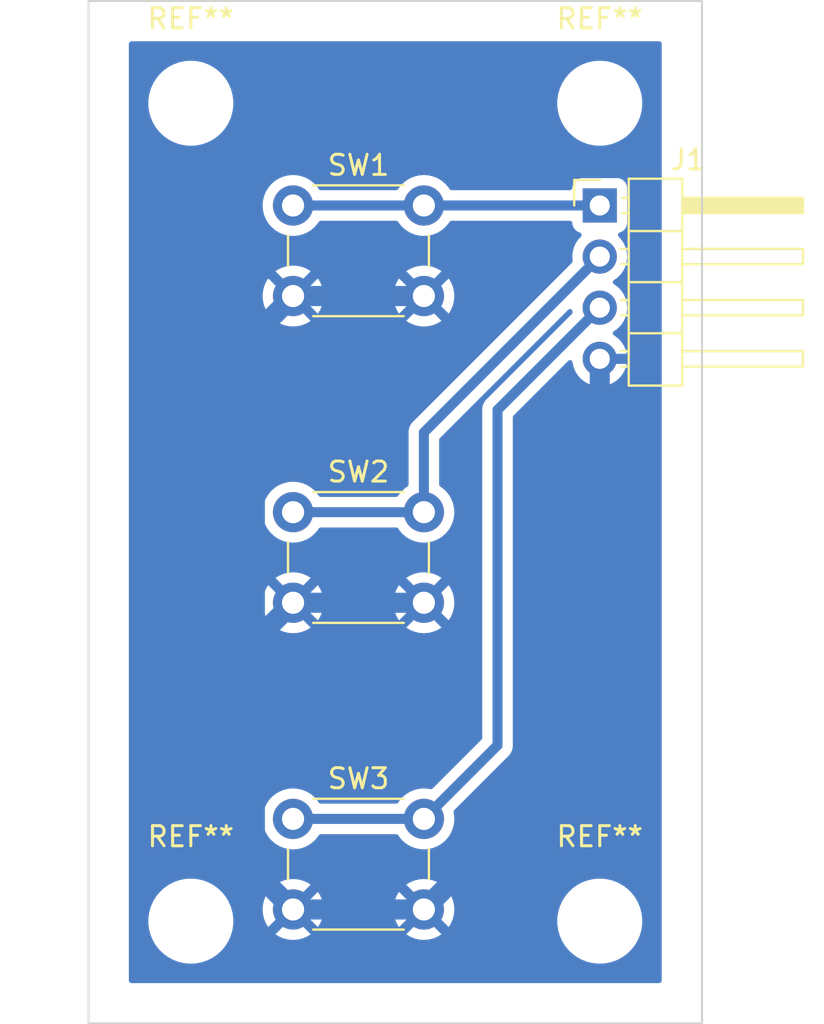
<source format=kicad_pcb>
(kicad_pcb (version 20211014) (generator pcbnew)
  (layers (0 "F.Cu" signal) (31 "B.Cu" signal) (34 "B.Paste" user) (35 "F.Paste" user) (36 "B.SilkS" user "B.Silkscreen") (37 "F.SilkS" user "F.Silkscreen") (38 "B.Mask" user) (39 "F.Mask" user) (44 "Edge.Cuts" user))
  (net 0 "")
  (net 1 "Net-(J1-Pad1)")
  (net 2 "Net-(J1-Pad2)")
  (net 3 "Net-(J1-Pad3)")
  (net 4 "Net-(J1-Pad4)")
  (footprint "Connector_PinHeader_2.54mm:PinHeader_1x04_P2.54mm_Horizontal" (layer "F.Cu") (at 50.8 30.48)
    (fp_text reference "J1" (at 4.385 -2.27) (layer "F.SilkS"))
    (fp_text value "Conn_01x04_Male")
    (fp_line (start 4.1 0.04) (end 10.1 0.04) (layer "F.SilkS") (width 0.12))
    (fp_line (start 1.042929 7.24) (end 1.44 7.24) (layer "F.SilkS") (width 0.12))
    (fp_line (start 4.1 -0.38) (end 10.1 -0.38) (layer "F.SilkS") (width 0.12))
    (fp_line (start -1.27 -1.27) (end 0 -1.27) (layer "F.SilkS") (width 0.12))
    (fp_line (start 10.1 2.92) (end 4.1 2.92) (layer "F.SilkS") (width 0.12))
    (fp_line (start 4.1 -0.08) (end 10.1 -0.08) (layer "F.SilkS") (width 0.12))
    (fp_line (start 4.1 0.16) (end 10.1 0.16) (layer "F.SilkS") (width 0.12))
    (fp_line (start 1.44 -1.33) (end 1.44 8.95) (layer "F.SilkS") (width 0.12))
    (fp_line (start 1.11 0.38) (end 1.44 0.38) (layer "F.SilkS") (width 0.12))
    (fp_line (start 1.44 1.27) (end 4.1 1.27) (layer "F.SilkS") (width 0.12))
    (fp_line (start 1.042929 5.46) (end 1.44 5.46) (layer "F.SilkS") (width 0.12))
    (fp_line (start 10.1 0.38) (end 4.1 0.38) (layer "F.SilkS") (width 0.12))
    (fp_line (start 1.44 8.95) (end 4.1 8.95) (layer "F.SilkS") (width 0.12))
    (fp_line (start 4.1 -0.32) (end 10.1 -0.32) (layer "F.SilkS") (width 0.12))
    (fp_line (start 4.1 7.24) (end 10.1 7.24) (layer "F.SilkS") (width 0.12))
    (fp_line (start 1.11 -0.38) (end 1.44 -0.38) (layer "F.SilkS") (width 0.12))
    (fp_line (start 4.1 0.28) (end 10.1 0.28) (layer "F.SilkS") (width 0.12))
    (fp_line (start 1.44 3.81) (end 4.1 3.81) (layer "F.SilkS") (width 0.12))
    (fp_line (start 10.1 5.46) (end 4.1 5.46) (layer "F.SilkS") (width 0.12))
    (fp_line (start 1.042929 2.92) (end 1.44 2.92) (layer "F.SilkS") (width 0.12))
    (fp_line (start 10.1 8) (end 4.1 8) (layer "F.SilkS") (width 0.12))
    (fp_line (start 1.042929 8) (end 1.44 8) (layer "F.SilkS") (width 0.12))
    (fp_line (start 4.1 2.16) (end 10.1 2.16) (layer "F.SilkS") (width 0.12))
    (fp_line (start 1.042929 4.7) (end 1.44 4.7) (layer "F.SilkS") (width 0.12))
    (fp_line (start 10.1 7.24) (end 10.1 8) (layer "F.SilkS") (width 0.12))
    (fp_line (start 4.1 4.7) (end 10.1 4.7) (layer "F.SilkS") (width 0.12))
    (fp_line (start 10.1 2.16) (end 10.1 2.92) (layer "F.SilkS") (width 0.12))
    (fp_line (start 4.1 8.95) (end 4.1 -1.33) (layer "F.SilkS") (width 0.12))
    (fp_line (start 10.1 -0.38) (end 10.1 0.38) (layer "F.SilkS") (width 0.12))
    (fp_line (start 1.44 6.35) (end 4.1 6.35) (layer "F.SilkS") (width 0.12))
    (fp_line (start 4.1 -1.33) (end 1.44 -1.33) (layer "F.SilkS") (width 0.12))
    (fp_line (start -1.27 0) (end -1.27 -1.27) (layer "F.SilkS") (width 0.12))
    (fp_line (start 10.1 4.7) (end 10.1 5.46) (layer "F.SilkS") (width 0.12))
    (fp_line (start 1.042929 2.16) (end 1.44 2.16) (layer "F.SilkS") (width 0.12))
    (fp_line (start 4.1 -0.2) (end 10.1 -0.2) (layer "F.SilkS") (width 0.12))
    (pad "1" thru_hole rect (at 0 0) (size 1.7 1.7) (drill 1) (layers *.Cu *.Mask) (net 1 "Net-(J1-Pad1)"))
    (pad "2" thru_hole oval (at 0 2.54) (size 1.7 1.7) (drill 1) (layers *.Cu *.Mask) (net 2 "Net-(J1-Pad2)"))
    (pad "3" thru_hole oval (at 0 5.08) (size 1.7 1.7) (drill 1) (layers *.Cu *.Mask) (net 3 "Net-(J1-Pad3)"))
    (pad "4" thru_hole oval (at 0 7.62) (size 1.7 1.7) (drill 1) (layers *.Cu *.Mask) (net 4 "Net-(J1-Pad4)"))
  )
  (footprint "MountingHole:MountingHole_3.2mm_M3" (layer "F.Cu") (at 30.48 66.04)
    (fp_text reference "REF**" (at 0 -4.2) (layer "F.SilkS"))
    (fp_text value "MountingHole_3.2mm_M3")
    (pad "" np_thru_hole circle (at 0 0) (size 3.2 3.2) (drill 3.2) (layers *.Cu *.Mask))
  )
  (footprint "MountingHole:MountingHole_3.2mm_M3" (layer "F.Cu") (at 50.8 66.04)
    (fp_text reference "REF**" (at 0 -4.2) (layer "F.SilkS"))
    (fp_text value "MountingHole_3.2mm_M3")
    (pad "" np_thru_hole circle (at 0 0) (size 3.2 3.2) (drill 3.2) (layers *.Cu *.Mask))
  )
  (footprint "Button_Switch_THT:SW_PUSH_6mm" (layer "F.Cu") (at 35.56 30.48)
    (fp_text reference "SW1" (at 3.25 -2) (layer "F.SilkS"))
    (fp_text value "SW_Push")
    (fp_line (start 6.75 3) (end 6.75 1.5) (layer "F.SilkS") (width 0.12))
    (fp_line (start 5.5 -1) (end 1 -1) (layer "F.SilkS") (width 0.12))
    (fp_line (start 1 5.5) (end 5.5 5.5) (layer "F.SilkS") (width 0.12))
    (fp_line (start -0.25 1.5) (end -0.25 3) (layer "F.SilkS") (width 0.12))
    (pad "1" thru_hole circle (at 6.5 0 90) (size 2 2) (drill 1.1) (layers *.Cu *.Mask) (net 1 "Net-(J1-Pad1)"))
    (pad "1" thru_hole circle (at 0 0 90) (size 2 2) (drill 1.1) (layers *.Cu *.Mask) (net 1 "Net-(J1-Pad1)"))
    (pad "2" thru_hole circle (at 6.5 4.5 90) (size 2 2) (drill 1.1) (layers *.Cu *.Mask) (net 4 "Net-(J1-Pad4)"))
    (pad "2" thru_hole circle (at 0 4.5 90) (size 2 2) (drill 1.1) (layers *.Cu *.Mask) (net 4 "Net-(J1-Pad4)"))
  )
  (footprint "Button_Switch_THT:SW_PUSH_6mm" (layer "F.Cu") (at 35.56 60.96)
    (fp_text reference "SW3" (at 3.25 -2) (layer "F.SilkS"))
    (fp_text value "SW_Push")
    (fp_line (start 6.75 3) (end 6.75 1.5) (layer "F.SilkS") (width 0.12))
    (fp_line (start 1 5.5) (end 5.5 5.5) (layer "F.SilkS") (width 0.12))
    (fp_line (start -0.25 1.5) (end -0.25 3) (layer "F.SilkS") (width 0.12))
    (fp_line (start 5.5 -1) (end 1 -1) (layer "F.SilkS") (width 0.12))
    (pad "1" thru_hole circle (at 0 0 90) (size 2 2) (drill 1.1) (layers *.Cu *.Mask) (net 3 "Net-(J1-Pad3)"))
    (pad "1" thru_hole circle (at 6.5 0 90) (size 2 2) (drill 1.1) (layers *.Cu *.Mask) (net 3 "Net-(J1-Pad3)"))
    (pad "2" thru_hole circle (at 6.5 4.5 90) (size 2 2) (drill 1.1) (layers *.Cu *.Mask) (net 4 "Net-(J1-Pad4)"))
    (pad "2" thru_hole circle (at 0 4.5 90) (size 2 2) (drill 1.1) (layers *.Cu *.Mask) (net 4 "Net-(J1-Pad4)"))
  )
  (footprint "MountingHole:MountingHole_3.2mm_M3" (layer "F.Cu") (at 30.48 25.4)
    (fp_text reference "REF**" (at 0 -4.2) (layer "F.SilkS"))
    (fp_text value "MountingHole_3.2mm_M3")
    (pad "" np_thru_hole circle (at 0 0) (size 3.2 3.2) (drill 3.2) (layers *.Cu *.Mask))
  )
  (footprint "Button_Switch_THT:SW_PUSH_6mm" (layer "F.Cu") (at 35.56 45.72)
    (fp_text reference "SW2" (at 3.25 -2) (layer "F.SilkS"))
    (fp_text value "SW_Push")
    (fp_line (start 1 5.5) (end 5.5 5.5) (layer "F.SilkS") (width 0.12))
    (fp_line (start 5.5 -1) (end 1 -1) (layer "F.SilkS") (width 0.12))
    (fp_line (start 6.75 3) (end 6.75 1.5) (layer "F.SilkS") (width 0.12))
    (fp_line (start -0.25 1.5) (end -0.25 3) (layer "F.SilkS") (width 0.12))
    (pad "1" thru_hole circle (at 0 0 90) (size 2 2) (drill 1.1) (layers *.Cu *.Mask) (net 2 "Net-(J1-Pad2)"))
    (pad "1" thru_hole circle (at 6.5 0 90) (size 2 2) (drill 1.1) (layers *.Cu *.Mask) (net 2 "Net-(J1-Pad2)"))
    (pad "2" thru_hole circle (at 6.5 4.5 90) (size 2 2) (drill 1.1) (layers *.Cu *.Mask) (net 4 "Net-(J1-Pad4)"))
    (pad "2" thru_hole circle (at 0 4.5 90) (size 2 2) (drill 1.1) (layers *.Cu *.Mask) (net 4 "Net-(J1-Pad4)"))
  )
  (footprint "MountingHole:MountingHole_3.2mm_M3" (layer "F.Cu") (at 50.8 25.4)
    (fp_text reference "REF**" (at 0 -4.2) (layer "F.SilkS"))
    (fp_text value "MountingHole_3.2mm_M3")
    (pad "" np_thru_hole circle (at 0 0) (size 3.2 3.2) (drill 3.2) (layers *.Cu *.Mask))
  )
  (gr_rect (start 25.4 20.32) (end 55.88 71.12) (layer "Edge.Cuts") (width 0.1) (fill none))
  (segment (start 35.56 30.48) (end 42.06 30.48) (width 0.5) (layer "B.Cu") (net 1))
  (segment (start 42.06 30.48) (end 50.8 30.48) (width 0.5) (layer "B.Cu") (net 1))
  (segment (start 50.8 33.02) (end 42.06 41.76) (width 0.5) (layer "B.Cu") (net 2))
  (segment (start 35.56 45.72) (end 42.06 45.72) (width 0.5) (layer "B.Cu") (net 2))
  (segment (start 42.06 41.76) (end 42.06 45.72) (width 0.5) (layer "B.Cu") (net 2))
  (segment (start 35.56 60.96) (end 42.06 60.96) (width 0.5) (layer "B.Cu") (net 3))
  (segment (start 45.72 40.64) (end 50.8 35.56) (width 0.5) (layer "B.Cu") (net 3))
  (segment (start 45.72 57.3) (end 45.72 40.64) (width 0.5) (layer "B.Cu") (net 3))
  (segment (start 42.06 60.96) (end 45.72 57.3) (width 0.5) (layer "B.Cu") (net 3))
  (segment (start 42.06 65.46) (end 50.8 56.72) (width 1) (layer "B.Cu") (net 4))
  (segment (start 42.06 34.98) (end 35.56 34.98) (width 1) (layer "B.Cu") (net 4))
  (segment (start 42.06 50.22) (end 35.56 50.22) (width 1) (layer "B.Cu") (net 4))
  (segment (start 42.06 65.46) (end 35.56 65.46) (width 1) (layer "B.Cu") (net 4))
  (segment (start 33.66 63.56) (end 35.56 65.46) (width 1) (layer "B.Cu") (net 4))
  (segment (start 35.56 50.22) (end 33.66 52.12) (width 1) (layer "B.Cu") (net 4))
  (segment (start 33.66 52.12) (end 33.66 52.7) (width 1) (layer "B.Cu") (net 4))
  (segment (start 33.66 36.88) (end 33.66 52.7) (width 1) (layer "B.Cu") (net 4))
  (segment (start 33.66 52.7) (end 33.66 63.56) (width 1) (layer "B.Cu") (net 4))
  (segment (start 35.56 34.98) (end 33.66 36.88) (width 1) (layer "B.Cu") (net 4))
  (segment (start 50.8 56.72) (end 50.8 38.1) (width 1) (layer "B.Cu") (net 4))
  (zone (net 4) (net_name "Net-(J1-Pad4)") (layer "B.Cu") (connect_pads (clearance 0.508)) (min_thickness 0.254) (fill yes (thermal_gap 0.508) (thermal_bridge_width 0.508))
    (polygon (pts (xy 55.88 71.12) (xy 25.4 71.12) (xy 25.4 20.32) (xy 55.88 20.32)))
  )
)
</source>
